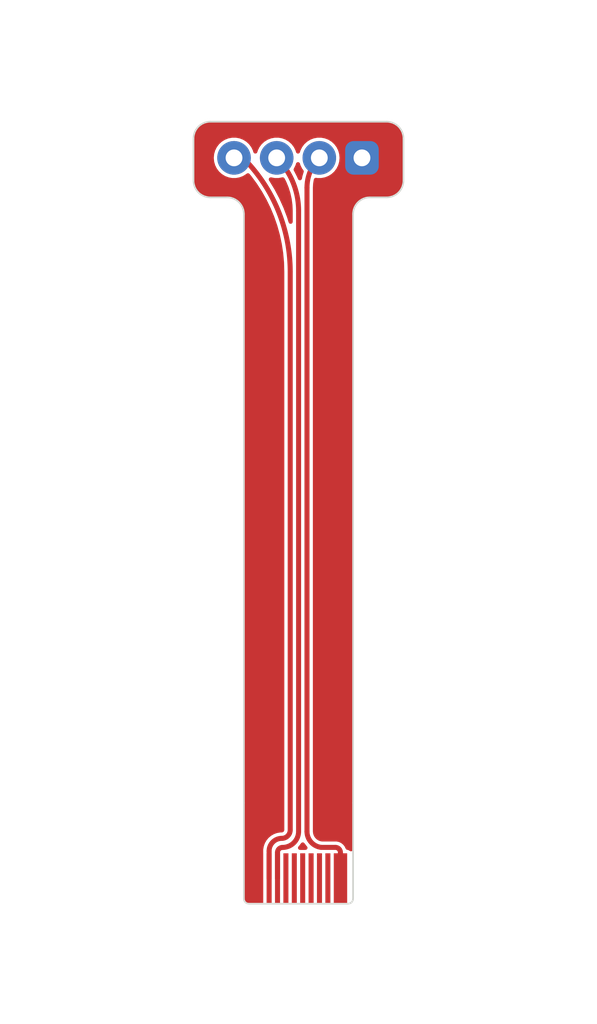
<source format=kicad_pcb>
(kicad_pcb (version 20221018) (generator pcbnew)
  (layers (0 "F.Cu" signal) (31 "B.Cu" signal) (35 "F.Paste" user) (37 "F.SilkS" user "F.Silkscreen") (39 "F.Mask" user) (44 "Edge.Cuts" user))
  (net 0 "")
  (net 1 "VCC")
  (net 2 "/i2c_scl")
  (net 3 "/i2c_sda")
  (net 4 "/spi_cs")
  (net 5 "/spi_dc")
  (net 6 "/spi_sdo")
  (net 7 "/spi_sdi")
  (net 8 "/spi_rst")
  (net 9 "/misc")
  (net 10 "GND")
  (footprint "Library:FFC-SMD_12P-P0.50_X05B20U12T" (layer "F.Cu") (at 136.144 96.52)
    (fp_text reference "J1" hide)
    (fp_text value "fpc" hide)
    (fp_line (start -3.25 2.7) (end -3.25 -3) (stroke (width 0.1)) (layer "Edge.Cuts"))
    (fp_line (start -2.95 3) (end 2.95 3) (stroke (width 0.1)) (layer "Edge.Cuts"))
    (fp_line (start 3.25 2.7) (end 3.25 -3) (stroke (width 0.1)) (layer "Edge.Cuts"))
    (fp_arc (start -2.95 3) (mid -3.162132 2.912132) (end -3.25 2.7) (stroke (width 0.1)) (layer "Edge.Cuts"))
    (fp_arc (start 3.25 2.7) (mid 3.162132 2.912132) (end 2.95 3) (stroke (width 0.1)) (layer "Edge.Cuts"))
    (pad "1" smd rect (at -2.75 1.5) (size 0.3 3) (layers "F.Cu" "F.Paste" "F.Mask") (net 10 "GND"))
    (pad "2" smd rect (at -2.25 1.5) (size 0.3 3) (layers "F.Cu" "F.Paste" "F.Mask") (net 10 "GND"))
    (pad "3" smd rect (at -1.75 1.5) (size 0.3 3) (layers "F.Cu" "F.Paste" "F.Mask") (net 3 "/i2c_sda"))
    (pad "4" smd rect (at -1.25 1.5) (size 0.3 3) (layers "F.Cu" "F.Paste" "F.Mask") (net 2 "/i2c_scl"))
    (pad "5" smd rect (at -0.75 1.5) (size 0.3 3) (layers "F.Cu" "F.Paste" "F.Mask") (net 4 "/spi_cs"))
    (pad "6" smd rect (at -0.25 1.5) (size 0.3 3) (layers "F.Cu" "F.Paste" "F.Mask") (net 5 "/spi_dc"))
    (pad "7" smd rect (at 0.25 1.5) (size 0.3 3) (layers "F.Cu" "F.Paste" "F.Mask") (net 6 "/spi_sdo"))
    (pad "8" smd rect (at 0.75 1.5) (size 0.3 3) (layers "F.Cu" "F.Paste" "F.Mask") (net 7 "/spi_sdi"))
    (pad "9" smd rect (at 1.25 1.5) (size 0.3 3) (layers "F.Cu" "F.Paste" "F.Mask") (net 8 "/spi_rst"))
    (pad "10" smd rect (at 1.75 1.5) (size 0.3 3) (layers "F.Cu" "F.Paste" "F.Mask") (net 9 "/misc"))
    (pad "11" smd rect (at 2.25 1.5) (size 0.3 3) (layers "F.Cu" "F.Paste" "F.Mask") (net 1 "VCC"))
    (pad "12" smd rect (at 2.75 1.5) (size 0.3 3) (layers "F.Cu" "F.Paste" "F.Mask") (net 1 "VCC"))
  )
  (footprint "Library:oled" (layer "B.Cu") (at 136.144 55.118 180)
    (fp_text reference "J2" hide)
    (fp_text value "oled" hide)
    (pad "1" thru_hole roundrect (at -3.78 0 90) (size 2 2) (drill 1) (layers "*.Cu" "*.Mask") (net 10 "GND"))
    (pad "2" thru_hole circle (at -1.24 0 90) (size 2 2) (drill 1) (layers "*.Cu" "*.Mask") (net 1 "VCC"))
    (pad "3" thru_hole circle (at 1.3 0 90) (size 2 2) (drill 1) (layers "*.Cu" "*.Mask") (net 2 "/i2c_scl"))
    (pad "4" thru_hole circle (at 3.84 0 90) (size 2 2) (drill 1) (layers "*.Cu" "*.Mask") (net 3 "/i2c_sda"))
  )
  (gr_line (start 132.894 93.52) (end 132.894 58.468) (stroke (width 0.1)) (layer "Edge.Cuts"))
  (gr_line (start 140.394 57.468) (end 141.394 57.468) (stroke (width 0.1)) (layer "Edge.Cuts"))
  (gr_line (start 142.394 53.968) (end 142.394 56.468) (stroke (width 0.1)) (layer "Edge.Cuts"))
  (gr_arc (start 130.894 57.468) (mid 130.186894 57.175106) (end 129.894 56.468) (stroke (width 0.1)) (layer "Edge.Cuts"))
  (gr_line (start 139.394 93.52) (end 139.394 58.468) (stroke (width 0.1)) (layer "Edge.Cuts"))
  (gr_arc (start 142.394 56.468) (mid 142.101106 57.175106) (end 141.394 57.468) (stroke (width 0.1)) (layer "Edge.Cuts"))
  (gr_line (start 130.894 52.968) (end 141.394 52.968) (stroke (width 0.1)) (layer "Edge.Cuts"))
  (gr_arc (start 131.894 57.468) (mid 132.601106 57.760893) (end 132.894 58.468) (stroke (width 0.1)) (layer "Edge.Cuts"))
  (gr_line (start 131.894 57.468) (end 130.894 57.468) (stroke (width 0.1)) (layer "Edge.Cuts"))
  (gr_arc (start 139.394 58.468) (mid 139.686894 57.760894) (end 140.394 57.468) (stroke (width 0.1)) (layer "Edge.Cuts"))
  (gr_line (start 129.894 53.968) (end 129.894 56.468) (stroke (width 0.1)) (layer "Edge.Cuts"))
  (gr_arc (start 141.394 52.968) (mid 142.101106 53.260894) (end 142.394 53.968) (stroke (width 0.1)) (layer "Edge.Cuts"))
  (gr_arc (start 129.894 53.968) (mid 130.186894 53.260894) (end 130.894 52.968) (stroke (width 0.1)) (layer "Edge.Cuts"))
  (segment (start 138.34 96.167708) (end 137.506886 96.167708) (width 0.3) (layer "F.Cu") (net 1))
  (segment (start 136.65 95.219749) (end 136.65 56.890062) (width 0.3) (layer "F.Cu") (net 1))
  (segment (start 138.64 98.02) (end 138.64 96.467708) (width 0.3) (layer "F.Cu") (net 1))
  (arc (start 136.65 56.890062) (mid 136.840765 55.931018) (end 137.384 55.118) (width 0.3) (layer "F.Cu") (net 1))
  (arc (start 137.506886 96.167708) (mid 136.896176 95.857885) (end 136.65 95.219749) (width 0.3) (layer "F.Cu") (net 1))
  (arc (start 138.34 96.167708) (mid 138.552132 96.255576) (end 138.64 96.467708) (width 0.3) (layer "F.Cu") (net 1))
  (segment (start 136.15 95.214) (end 136.15 58.27097) (width 0.3) (layer "F.Cu") (net 2))
  (segment (start 134.894 98.02) (end 134.894 96.47) (width 0.3) (layer "F.Cu") (net 2))
  (arc (start 136.15 95.214) (mid 135.869994 95.889994) (end 135.194 96.17) (width 0.3) (layer "F.Cu") (net 2))
  (arc (start 134.894 96.47) (mid 134.981868 96.257868) (end 135.194 96.17) (width 0.3) (layer "F.Cu") (net 2))
  (arc (start 136.15 58.27097) (mid 135.81058 56.564591) (end 134.844 55.118) (width 0.3) (layer "F.Cu") (net 2))
  (segment (start 132.842 55.118) (end 132.304 55.118) (width 0.3) (layer "F.Cu") (net 3))
  (segment (start 135.65 95.13) (end 135.65 61.897077) (width 0.3) (layer "F.Cu") (net 3))
  (segment (start 134.394 98.02) (end 134.394 96.38601) (width 0.3) (layer "F.Cu") (net 3))
  (arc (start 132.842 55.118) (mid 134.920231 58.22828) (end 135.65 61.897077) (width 0.3) (layer "F.Cu") (net 3))
  (arc (start 135.15 95.63) (mid 135.503553 95.483553) (end 135.65 95.13) (width 0.3) (layer "F.Cu") (net 3))
  (arc (start 134.394 96.38601) (mid 134.61543 95.85143) (end 135.15 95.63) (width 0.3) (layer "F.Cu") (net 3))
  (zone (net 1) (net_name "VCC") (layer "F.Cu") (priority 1) (connect_pads yes (clearance 0)) (min_thickness 0.25) (fill yes (thermal_gap 0.5) (thermal_bridge_width 0.5))
    (polygon (pts (xy 138.43 96.52) (xy 138.938 96.52) (xy 138.938 99.568) (xy 138.43 99.568)))
  )
  (zone (net 10) (net_name "GND") (layer "F.Cu") (connect_pads yes (clearance 0.1)) (min_thickness 0.25) (fill yes (thermal_gap 0.5) (thermal_bridge_width 0.5) (island_removal_mode 1) (island_area_min 10))
    (polygon (pts (xy 118.364 45.72) (xy 153.924 45.72) (xy 153.924 106.68) (xy 118.364 106.68)))
  )
)
</source>
